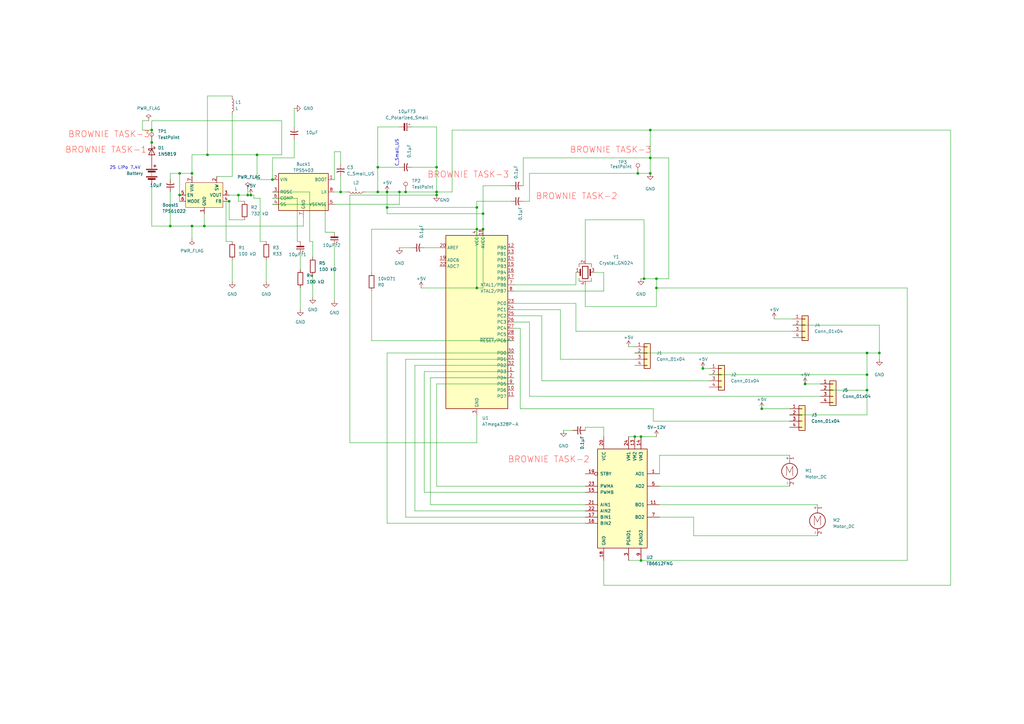
<source format=kicad_sch>
(kicad_sch (version 20250114) (generator "eeschema") (generator_version "9.0")
  (paper "A3")
  (lib_symbols
    (symbol "Connector:TestPoint" (pin_numbers (hide yes)) (pin_names (offset 0.762) (hide yes))
      (property "Reference" "TP" (at 0 6.858 0))
      (property "Value" "TestPoint" (at 0 5.08 0))
      (symbol "TestPoint_0_1"
        (circle (center 0 3.302) (radius 0.762))
      )
      (symbol "TestPoint_1_1"
        (pin passive line (at 0 0 90) (length 2.54) (name "1") (number "1"))
      )
    )
    (symbol "Connector_Generic:Conn_01x04" (pin_names (offset 1.016) (hide yes))
      (property "Reference" "J" (at 0 5.08 0))
      (property "Value" "Conn_01x04" (at 0 -7.62 0))
      (symbol "Conn_01x04_1_1"
        (rectangle (start -1.27 3.81) (end 1.27 -6.35) (stroke (width 0.254)) (fill (type background)))
        (rectangle (start -1.27 2.667) (end 0 2.413) (stroke (width 0.1524)))
        (rectangle (start -1.27 0.127) (end 0 -0.127) (stroke (width 0.1524)))
        (rectangle (start -1.27 -2.413) (end 0 -2.667) (stroke (width 0.1524)))
        (rectangle (start -1.27 -4.953) (end 0 -5.207) (stroke (width 0.1524)))
        (pin passive line (at -5.08 2.54 0) (length 3.81) (name "Pin_1") (number "1"))
        (pin passive line (at -5.08 0 0) (length 3.81) (name "Pin_2") (number "2"))
        (pin passive line (at -5.08 -2.54 0) (length 3.81) (name "Pin_3") (number "3"))
        (pin passive line (at -5.08 -5.08 0) (length 3.81) (name "Pin_4") (number "4"))
      )
    )
    (symbol "Converter_DCDC:TPS61022"
      (property "Reference" "U" (at 0 7.62 0))
      (property "Value" "TPS61022" (at 7.62 -7.62 0))
      (symbol "TPS61022_1_1"
        (rectangle (start -7.62 5.08) (end 7.62 -5.08) (fill (type background)))
        (pin input line (at -10.16 0 0) (length 2.54) (name "EN") (number "5"))
        (pin input line (at -10.16 -2.54 0) (length 2.54) (name "MODE") (number "6"))
        (pin power_in line (at -5.08 7.62 270) (length 2.54) (name "VIN") (number "7"))
        (pin power_in line (at 0 -7.62 90) (length 2.54) (name "GND") (number "1"))
        (pin input line (at 5.08 7.62 270) (length 2.54) (name "SW") (number "2"))
        (pin power_out line (at 10.16 0 180) (length 2.54) (name "VOUT") (number "3"))
        (pin input line (at 10.16 -2.54 180) (length 2.54) (name "FB") (number "4"))
      )
    )
    (symbol "Device:Battery" (pin_numbers (hide yes)) (pin_names (offset 0) (hide yes))
      (property "Reference" "BT" (at 2.54 2.54 0))
      (property "Value" "Battery" (at 2.54 0 0))
      (symbol "Battery_0_1"
        (rectangle (start -2.286 1.778) (end 2.286 1.524) (fill (type outline)))
        (rectangle (start -2.286 -1.27) (end 2.286 -1.524) (fill (type outline)))
        (rectangle (start -1.524 1.016) (end 1.524 0.508) (fill (type outline)))
        (rectangle (start -1.524 -2.032) (end 1.524 -2.54) (fill (type outline)))
        (polyline (pts (xy 0 1.778) (xy 0 2.54)))
        (polyline (pts (xy 0 0) (xy 0 0.254)))
        (polyline (pts (xy 0 -0.508) (xy 0 -0.254)))
        (polyline (pts (xy 0 -1.016) (xy 0 -0.762)))
        (polyline (pts (xy 0.762 3.048) (xy 1.778 3.048)) (stroke (width 0.254)))
        (polyline (pts (xy 1.27 3.556) (xy 1.27 2.54)) (stroke (width 0.254)))
      )
      (symbol "Battery_1_1"
        (pin passive line (at 0 5.08 270) (length 2.54) (name "+") (number "1"))
        (pin passive line (at 0 -5.08 90) (length 2.54) (name "-") (number "2"))
      )
    )
    (symbol "Device:C_Polarized_Small" (pin_numbers (hide yes)) (pin_names (offset 0.254) (hide yes))
      (property "Reference" "C" (at 0.254 1.778 0))
      (property "Value" "C_Polarized_Small" (at 0.254 -2.032 0))
      (symbol "C_Polarized_Small_0_1"
        (rectangle (start -1.524 0.6858) (end 1.524 0.3048))
        (rectangle (start -1.524 -0.3048) (end 1.524 -0.6858) (fill (type outline)))
        (polyline (pts (xy -1.27 1.524) (xy -0.762 1.524)))
        (polyline (pts (xy -1.016 1.27) (xy -1.016 1.778)))
      )
      (symbol "C_Polarized_Small_1_1"
        (pin passive line (at 0 2.54 270) (length 1.8542) (name "~") (number "1"))
        (pin passive line (at 0 -2.54 90) (length 1.8542) (name "~") (number "2"))
      )
    )
    (symbol "Device:C_Small_US" (pin_numbers (hide yes)) (pin_names (offset 0.254) (hide yes))
      (property "Reference" "C" (at 0.254 1.778 0))
      (property "Value" "C_Small_US" (at 0.254 -2.032 0))
      (symbol "C_Small_US_0_1"
        (polyline (pts (xy -1.524 0.508) (xy 1.524 0.508)) (stroke (width 0.3048)))
        (arc (start -1.524 -0.762) (mid 0 -0.3734) (end 1.524 -0.762) (stroke (width 0.3048)))
      )
      (symbol "C_Small_US_1_1"
        (pin passive line (at 0 2.54 270) (length 2.032) (name "~") (number "1"))
        (pin passive line (at 0 -2.54 90) (length 2.032) (name "~") (number "2"))
      )
    )
    (symbol "Device:Crystal_GND24" (pin_names (offset 1.016) (hide yes))
      (property "Reference" "Y" (at 3.175 5.08 0))
      (property "Value" "Crystal_GND24" (at 3.175 3.175 0))
      (symbol "Crystal_GND24_0_1"
        (polyline (pts (xy -2.54 2.286) (xy -2.54 3.556) (xy 2.54 3.556) (xy 2.54 2.286)))
        (polyline (pts (xy -2.54 0) (xy -2.032 0)))
        (polyline (pts (xy -2.54 -2.286) (xy -2.54 -3.556) (xy 2.54 -3.556) (xy 2.54 -2.286)))
        (polyline (pts (xy -2.032 -1.27) (xy -2.032 1.27)) (stroke (width 0.508)))
        (rectangle (start -1.143 2.54) (end 1.143 -2.54) (stroke (width 0.3048)))
        (polyline (pts (xy 0 3.556) (xy 0 3.81)))
        (polyline (pts (xy 0 -3.81) (xy 0 -3.556)))
        (polyline (pts (xy 2.032 0) (xy 2.54 0)))
        (polyline (pts (xy 2.032 -1.27) (xy 2.032 1.27)) (stroke (width 0.508)))
      )
      (symbol "Crystal_GND24_1_1"
        (pin passive line (at -3.81 0 0) (length 1.27) (name "1") (number "1"))
        (pin passive line (at 0 5.08 270) (length 1.27) (name "2") (number "2"))
        (pin passive line (at 0 -5.08 90) (length 1.27) (name "4") (number "4"))
        (pin passive line (at 3.81 0 180) (length 1.27) (name "3") (number "3"))
      )
    )
    (symbol "Device:L" (pin_numbers (hide yes)) (pin_names (offset 1.016) (hide yes))
      (property "Reference" "L" (at -1.27 0 90))
      (property "Value" "L" (at 1.905 0 90))
      (symbol "L_0_1"
        (arc (start 0 2.54) (mid 0.6323 1.905) (end 0 1.27))
        (arc (start 0 1.27) (mid 0.6323 0.635) (end 0 0))
        (arc (start 0 0) (mid 0.6323 -0.635) (end 0 -1.27))
        (arc (start 0 -1.27) (mid 0.6323 -1.905) (end 0 -2.54))
      )
      (symbol "L_1_1"
        (pin passive line (at 0 3.81 270) (length 1.27) (name "1") (number "1"))
        (pin passive line (at 0 -3.81 90) (length 1.27) (name "2") (number "2"))
      )
    )
    (symbol "Device:R" (pin_numbers (hide yes)) (pin_names (offset 0))
      (property "Reference" "R" (at 2.032 0 90))
      (property "Value" "R" (at 0 0 90))
      (symbol "R_0_1"
        (rectangle (start -1.016 -2.54) (end 1.016 2.54) (stroke (width 0.254)))
      )
      (symbol "R_1_1"
        (pin passive line (at 0 3.81 270) (length 1.27) (name "~") (number "1"))
        (pin passive line (at 0 -3.81 90) (length 1.27) (name "~") (number "2"))
      )
    )
    (symbol "Diode:1N5819" (pin_numbers (hide yes)) (pin_names (offset 1.016) (hide yes))
      (property "Reference" "D" (at 0 2.54 0))
      (property "Value" "1N5819" (at 0 -2.54 0))
      (symbol "1N5819_0_1"
        (polyline (pts (xy -1.905 0.635) (xy -1.905 1.27) (xy -1.27 1.27) (xy -1.27 -1.27) (xy -0.635 -1.27) (xy -0.635 -0.635)) (stroke (width 0.254)))
        (polyline (pts (xy 1.27 1.27) (xy 1.27 -1.27) (xy -1.27 0) (xy 1.27 1.27)) (stroke (width 0.254)))
        (polyline (pts (xy 1.27 0) (xy -1.27 0)))
      )
      (symbol "1N5819_1_1"
        (pin passive line (at -3.81 0 0) (length 2.54) (name "K") (number "1"))
        (pin passive line (at 3.81 0 180) (length 2.54) (name "A") (number "2"))
      )
    )
    (symbol "Driver_Motor:TB6612FNG" (pin_names (offset 1.016))
      (property "Reference" "U" (at 11.43 17.78 0))
      (property "Value" "TB6612FNG" (at 11.43 15.24 0))
      (symbol "TB6612FNG_0_1"
        (rectangle (start -10.16 20.32) (end 10.16 -20.32) (stroke (width 0.254)) (fill (type background)))
      )
      (symbol "TB6612FNG_1_1"
        (pin input inverted (at -15.24 10.16 0) (length 5.08) (name "STBY") (number "19"))
        (pin input line (at -15.24 5.08 0) (length 5.08) (name "PWMA") (number "23"))
        (pin input line (at -15.24 2.54 0) (length 5.08) (name "PWMB") (number "15"))
        (pin input line (at -15.24 -2.54 0) (length 5.08) (name "AIN1") (number "21"))
        (pin input line (at -15.24 -5.08 0) (length 5.08) (name "AIN2") (number "22"))
        (pin input line (at -15.24 -7.62 0) (length 5.08) (name "BIN1") (number "17"))
        (pin input line (at -15.24 -10.16 0) (length 5.08) (name "BIN2") (number "16"))
        (pin power_in line (at -7.62 25.4 270) (length 5.08) (name "VCC") (number "20"))
        (pin power_in line (at -7.62 -25.4 90) (length 5.08) (name "GND") (number "18"))
        (pin power_in line (at 2.54 25.4 270) (length 5.08) (name "VM1") (number "24"))
        (pin power_in line (at 2.54 -25.4 90) (length 5.08) (name "PGND1") (number "3"))
        (pin passive line (at 2.54 -25.4 90) (length 5.08) (hide yes) (name "PGND1") (number "4"))
        (pin power_in line (at 5.08 25.4 270) (length 5.08) (name "VM2") (number "13"))
        (pin power_in line (at 7.62 25.4 270) (length 5.08) (name "VM3") (number "14"))
        (pin passive line (at 7.62 -25.4 90) (length 5.08) (hide yes) (name "PGND2") (number "10"))
        (pin power_in line (at 7.62 -25.4 90) (length 5.08) (name "PGND2") (number "9"))
        (pin output line (at 15.24 10.16 180) (length 5.08) (name "AO1") (number "1"))
        (pin passive line (at 15.24 10.16 180) (length 5.08) (hide yes) (name "AO1") (number "2"))
        (pin output line (at 15.24 5.08 180) (length 5.08) (name "AO2") (number "5"))
        (pin passive line (at 15.24 5.08 180) (length 5.08) (hide yes) (name "AO2") (number "6"))
        (pin output line (at 15.24 -2.54 180) (length 5.08) (name "BO1") (number "11"))
        (pin passive line (at 15.24 -2.54 180) (length 5.08) (hide yes) (name "BO1") (number "12"))
        (pin output line (at 15.24 -7.62 180) (length 5.08) (name "BO2") (number "7"))
        (pin passive line (at 15.24 -7.62 180) (length 5.08) (hide yes) (name "BO2") (number "8"))
      )
    )
    (symbol "MCU_Microchip_ATmega:ATmega328P-A"
      (property "Reference" "U" (at -12.7 36.83 0))
      (property "Value" "ATmega328P-A" (at 2.54 -36.83 0))
      (symbol "ATmega328P-A_0_1"
        (rectangle (start -12.7 -35.56) (end 12.7 35.56) (stroke (width 0.254)) (fill (type background)))
      )
      (symbol "ATmega328P-A_1_1"
        (pin passive line (at -15.24 30.48 0) (length 2.54) (name "AREF") (number "20"))
        (pin input line (at -15.24 25.4 0) (length 2.54) (name "ADC6") (number "19"))
        (pin input line (at -15.24 22.86 0) (length 2.54) (name "ADC7") (number "22"))
        (pin power_in line (at 0 38.1 270) (length 2.54) (name "VCC") (number "4"))
        (pin passive line (at 0 38.1 270) (length 2.54) (hide yes) (name "VCC") (number "6"))
        (pin passive line (at 0 -38.1 90) (length 2.54) (hide yes) (name "GND") (number "21"))
        (pin power_in line (at 0 -38.1 90) (length 2.54) (name "GND") (number "3"))
        (pin passive line (at 0 -38.1 90) (length 2.54) (hide yes) (name "GND") (number "5"))
        (pin power_in line (at 2.54 38.1 270) (length 2.54) (name "AVCC") (number "18"))
        (pin bidirectional line (at 15.24 30.48 180) (length 2.54) (name "PB0") (number "12"))
        (pin bidirectional line (at 15.24 27.94 180) (length 2.54) (name "PB1") (number "13"))
        (pin bidirectional line (at 15.24 25.4 180) (length 2.54) (name "PB2") (number "14"))
        (pin bidirectional line (at 15.24 22.86 180) (length 2.54) (name "PB3") (number "15"))
        (pin bidirectional line (at 15.24 20.32 180) (length 2.54) (name "PB4") (number "16"))
        (pin bidirectional line (at 15.24 17.78 180) (length 2.54) (name "PB5") (number "17"))
        (pin bidirectional line (at 15.24 15.24 180) (length 2.54) (name "XTAL1/PB6") (number "7"))
        (pin bidirectional line (at 15.24 12.7 180) (length 2.54) (name "XTAL2/PB7") (number "8"))
        (pin bidirectional line (at 15.24 7.62 180) (length 2.54) (name "PC0") (number "23"))
        (pin bidirectional line (at 15.24 5.08 180) (length 2.54) (name "PC1") (number "24"))
        (pin bidirectional line (at 15.24 2.54 180) (length 2.54) (name "PC2") (number "25"))
        (pin bidirectional line (at 15.24 0 180) (length 2.54) (name "PC3") (number "26"))
        (pin bidirectional line (at 15.24 -2.54 180) (length 2.54) (name "PC4") (number "27"))
        (pin bidirectional line (at 15.24 -5.08 180) (length 2.54) (name "PC5") (number "28"))
        (pin bidirectional line (at 15.24 -7.62 180) (length 2.54) (name "~{RESET}/PC6") (number "29"))
        (pin bidirectional line (at 15.24 -12.7 180) (length 2.54) (name "PD0") (number "30"))
        (pin bidirectional line (at 15.24 -15.24 180) (length 2.54) (name "PD1") (number "31"))
        (pin bidirectional line (at 15.24 -17.78 180) (length 2.54) (name "PD2") (number "32"))
        (pin bidirectional line (at 15.24 -20.32 180) (length 2.54) (name "PD3") (number "1"))
        (pin bidirectional line (at 15.24 -22.86 180) (length 2.54) (name "PD4") (number "2"))
        (pin bidirectional line (at 15.24 -25.4 180) (length 2.54) (name "PD5") (number "9"))
        (pin bidirectional line (at 15.24 -27.94 180) (length 2.54) (name "PD6") (number "10"))
        (pin bidirectional line (at 15.24 -30.48 180) (length 2.54) (name "PD7") (number "11"))
      )
    )
    (symbol "Motor:Motor_DC" (pin_names (offset 0))
      (property "Reference" "M" (at 2.54 2.54 0))
      (property "Value" "Motor_DC" (at 2.54 -5.08 0))
      (symbol "Motor_DC_0_0"
        (polyline (pts (xy -1.27 -3.302) (xy -1.27 0.508) (xy 0 -2.032) (xy 1.27 0.508) (xy 1.27 -3.302)))
      )
      (symbol "Motor_DC_0_1"
        (polyline (pts (xy 0 2.032) (xy 0 2.54)))
        (polyline (pts (xy 0 1.7272) (xy 0 2.0828)))
        (circle (center 0 -1.524) (radius 3.2512) (stroke (width 0.254)))
        (polyline (pts (xy 0 -4.7752) (xy 0 -5.1816)))
        (polyline (pts (xy 0 -7.62) (xy 0 -7.112)))
      )
      (symbol "Motor_DC_1_1"
        (pin passive line (at 0 5.08 270) (length 2.54) (name "+") (number "1"))
        (pin passive line (at 0 -7.62 90) (length 2.54) (name "-") (number "2"))
      )
    )
    (symbol "Regulator_Switching:TPS5403"
      (property "Reference" "U" (at 0 11.43 0))
      (property "Value" "TPS5403" (at 0 8.89 0))
      (symbol "TPS5403_1_1"
        (rectangle (start -10.16 7.62) (end 10.16 -7.62) (stroke (width 0.254)) (fill (type background)))
        (pin power_in line (at -12.7 5.08 0) (length 2.54) (name "VIN") (number "2"))
        (pin passive line (at -12.7 0 0) (length 2.54) (name "ROSC") (number "3"))
        (pin passive line (at -12.7 -2.54 0) (length 2.54) (name "COMP") (number "6"))
        (pin passive line (at -12.7 -5.08 0) (length 2.54) (name "SS") (number "4"))
        (pin power_in line (at 0 -10.16 90) (length 2.54) (name "GND") (number "7"))
        (pin passive line (at 12.7 5.08 180) (length 2.54) (name "BOOT") (number "1"))
        (pin output line (at 12.7 0 180) (length 2.54) (name "LX") (number "8"))
        (pin input line (at 12.7 -5.08 180) (length 2.54) (name "VSENSE") (number "5"))
      )
    )
    (symbol "power:+5V" (power) (pin_numbers (hide yes)) (pin_names (offset 0) (hide yes))
      (property "Value" "+5V" (at 0 3.556 0))
      (symbol "+5V_0_1"
        (polyline (pts (xy -0.762 1.27) (xy 0 2.54)))
        (polyline (pts (xy 0 2.54) (xy 0.762 1.27)))
        (polyline (pts (xy 0 0) (xy 0 2.54)))
      )
      (symbol "+5V_1_1"
        (pin power_in line (at 0 0 90) (length 0) (name "~") (number "1"))
      )
    )
    (symbol "power:GND" (power) (pin_numbers (hide yes)) (pin_names (offset 0) (hide yes))
      (property "Value" "GND" (at 0 -3.81 0))
      (symbol "GND_0_1"
        (polyline (pts (xy 0 0) (xy 0 -1.27) (xy 1.27 -1.27) (xy 0 -2.54) (xy -1.27 -1.27) (xy 0 -1.27)))
      )
      (symbol "GND_1_1"
        (pin power_in line (at 0 0 270) (length 0) (name "~") (number "1"))
      )
    )
    (symbol "power:PWR_FLAG" (power) (pin_numbers (hide yes)) (pin_names (offset 0) (hide yes))
      (property "Value" "PWR_FLAG" (at 0 3.81 0))
      (symbol "PWR_FLAG_0_0"
        (pin power_out line (at 0 0 90) (length 0) (name "~") (number "1"))
      )
      (symbol "PWR_FLAG_0_1"
        (polyline (pts (xy 0 0) (xy 0 1.27) (xy -1.016 1.905) (xy 0 2.54) (xy 1.016 1.905) (xy 0 1.27)))
      )
    )
  )
  (text "C_Small_US" (at 162.814 62.738 90) (effects (font (size 1.27 1.27))))
  (text "2S LiPo 7.4V" (at 51.308 68.834 0) (effects (font (size 1.27 1.27))))
  (junction (at 355.6 153.67))
  (junction (at 330.2 157.48))
  (junction (at 269.24 118.11))
  (junction (at 111.76 73.66))
  (junction (at 261.62 71.12))
  (junction (at 62.23 53.34))
  (junction (at 158.75 78.74))
  (junction (at 195.58 118.11))
  (junction (at 85.09 63.5))
  (junction (at 69.85 92.71))
  (junction (at 360.68 144.78))
  (junction (at 154.94 68.58))
  (junction (at 179.07 68.58))
  (junction (at 269.24 114.3))
  (junction (at 93.98 82.55))
  (junction (at 260.35 179.07))
  (junction (at 73.66 71.12))
  (junction (at 139.7 78.74))
  (junction (at 195.58 85.09))
  (junction (at 102.87 80.01))
  (junction (at 198.12 87.63))
  (junction (at 266.7 71.12))
  (junction (at 312.42 167.64))
  (junction (at 198.12 93.98))
  (junction (at 83.82 92.71))
  (junction (at 355.6 144.78))
  (junction (at 179.07 80.01))
  (junction (at 154.94 78.74))
  (junction (at 163.83 78.74))
  (junction (at 105.41 63.5))
  (junction (at 73.66 80.01))
  (junction (at 78.74 92.71))
  (junction (at 262.89 179.07))
  (junction (at 264.16 114.3))
  (junction (at 195.58 93.98))
  (junction (at 266.7 53.34))
  (junction (at 262.89 229.87))
  (junction (at 166.37 78.74))
  (junction (at 266.7 64.77))
  (junction (at 288.29 151.13))
  (junction (at 158.75 85.09))
  (junction (at 78.74 71.12))
  (junction (at 355.6 160.02))
  (junction (at 97.79 80.01))
  (junction (at 179.07 78.74))
  (junction (at 101.6 80.01))
  (junction (at 62.23 58.42))
  (wire (pts (xy 158.75 87.63) (xy 198.12 87.63)))
  (wire (pts (xy 217.17 71.12) (xy 261.62 71.12)))
  (wire (pts (xy 323.85 170.18) (xy 355.6 170.18)))
  (wire (pts (xy 330.2 157.48) (xy 336.55 157.48)))
  (wire (pts (xy 179.07 199.39) (xy 240.03 199.39)))
  (wire (pts (xy 179.07 78.74) (xy 185.42 78.74)))
  (wire (pts (xy 372.11 118.11) (xy 269.24 118.11)))
  (wire (pts (xy 111.76 73.66) (xy 111.76 64.77)))
  (wire (pts (xy 139.7 62.23) (xy 139.7 67.31)))
  (wire (pts (xy 106.68 81.28) (xy 104.14 81.28)))
  (wire (pts (xy 274.32 64.77) (xy 266.7 64.77)))
  (wire (pts (xy 173.99 152.4) (xy 173.99 201.93)))
  (wire (pts (xy 389.89 240.03) (xy 389.89 53.34)))
  (wire (pts (xy 240.03 175.26) (xy 240.03 176.53)))
  (wire (pts (xy 143.51 181.61) (xy 195.58 181.61)))
  (wire (pts (xy 93.98 82.55) (xy 92.71 82.55)))
  (wire (pts (xy 111.76 78.74) (xy 127 78.74)))
  (wire (pts (xy 330.2 154.94) (xy 330.2 157.48)))
  (wire (pts (xy 179.07 68.58) (xy 179.07 52.07)))
  (wire (pts (xy 124.46 92.71) (xy 124.46 88.9)))
  (wire (pts (xy 83.82 87.63) (xy 83.82 92.71)))
  (wire (pts (xy 93.98 82.55) (xy 93.98 90.17)))
  (wire (pts (xy 127 78.74) (xy 127 99.06)))
  (wire (pts (xy 336.55 160.02) (xy 355.6 160.02)))
  (wire (pts (xy 266.7 53.34) (xy 266.7 64.77)))
  (wire (pts (xy 210.82 127) (xy 229.87 127)))
  (wire (pts (xy 105.41 63.5) (xy 105.41 73.66)))
  (wire (pts (xy 269.24 118.11) (xy 269.24 125.73)))
  (wire (pts (xy 88.9 72.39) (xy 95.25 72.39)))
  (wire (pts (xy 284.48 212.09) (xy 284.48 219.71)))
  (wire (pts (xy 179.07 68.58) (xy 179.07 78.74)))
  (wire (pts (xy 101.6 77.47) (xy 101.6 80.01)))
  (wire (pts (xy 73.66 71.12) (xy 78.74 71.12)))
  (wire (pts (xy 372.11 229.87) (xy 372.11 118.11)))
  (wire (pts (xy 152.4 93.98) (xy 195.58 93.98)))
  (wire (pts (xy 78.74 71.12) (xy 78.74 72.39)))
  (wire (pts (xy 355.6 153.67) (xy 355.6 160.02)))
  (wire (pts (xy 195.58 118.11) (xy 198.12 118.11)))
  (wire (pts (xy 152.4 139.7) (xy 152.4 119.38)))
  (wire (pts (xy 154.94 68.58) (xy 154.94 52.07)))
  (wire (pts (xy 266.7 53.34) (xy 389.89 53.34)))
  (wire (pts (xy 179.07 80.01) (xy 143.51 80.01)))
  (wire (pts (xy 115.57 49.53) (xy 115.57 63.5)))
  (wire (pts (xy 247.65 175.26) (xy 240.03 175.26)))
  (wire (pts (xy 166.37 212.09) (xy 240.03 212.09)))
  (wire (pts (xy 95.25 106.68) (xy 95.25 115.57)))
  (wire (pts (xy 360.68 144.78) (xy 360.68 147.32)))
  (wire (pts (xy 210.82 144.78) (xy 158.75 144.78)))
  (wire (pts (xy 222.25 156.21) (xy 290.83 156.21)))
  (wire (pts (xy 115.57 63.5) (xy 105.41 63.5)))
  (wire (pts (xy 120.65 64.77) (xy 120.65 57.15)))
  (wire (pts (xy 217.17 162.56) (xy 336.55 162.56)))
  (wire (pts (xy 270.51 194.31) (xy 270.51 186.69)))
  (wire (pts (xy 60.96 49.53) (xy 58.42 49.53)))
  (wire (pts (xy 198.12 93.98) (xy 198.12 118.11)))
  (wire (pts (xy 93.98 90.17) (xy 100.33 90.17)))
  (wire (pts (xy 62.23 49.53) (xy 115.57 49.53)))
  (wire (pts (xy 185.42 78.74) (xy 185.42 53.34)))
  (wire (pts (xy 210.82 152.4) (xy 173.99 152.4)))
  (wire (pts (xy 95.25 72.39) (xy 95.25 46.99)))
  (wire (pts (xy 121.92 99.06) (xy 123.19 99.06)))
  (wire (pts (xy 176.53 154.94) (xy 176.53 207.01)))
  (wire (pts (xy 111.76 64.77) (xy 120.65 64.77)))
  (wire (pts (xy 222.25 129.54) (xy 222.25 156.21)))
  (wire (pts (xy 166.37 78.74) (xy 179.07 78.74)))
  (wire (pts (xy 214.63 82.55) (xy 217.17 82.55)))
  (wire (pts (xy 176.53 207.01) (xy 240.03 207.01)))
  (wire (pts (xy 213.36 167.64) (xy 267.97 167.64)))
  (wire (pts (xy 163.83 78.74) (xy 166.37 78.74)))
  (wire (pts (xy 170.18 149.86) (xy 170.18 209.55)))
  (wire (pts (xy 139.7 78.74) (xy 142.24 78.74)))
  (wire (pts (xy 166.37 147.32) (xy 166.37 212.09)))
  (wire (pts (xy 83.82 92.71) (xy 124.46 92.71)))
  (wire (pts (xy 360.68 133.35) (xy 360.68 144.78)))
  (wire (pts (xy 317.5 130.81) (xy 325.12 130.81)))
  (wire (pts (xy 210.82 124.46) (xy 236.22 124.46)))
  (wire (pts (xy 106.68 81.28) (xy 106.68 99.06)))
  (wire (pts (xy 214.63 76.2) (xy 214.63 64.77)))
  (wire (pts (xy 109.22 106.68) (xy 109.22 115.57)))
  (wire (pts (xy 163.83 83.82) (xy 163.83 78.74)))
  (wire (pts (xy 210.82 154.94) (xy 176.53 154.94)))
  (wire (pts (xy 173.99 201.93) (xy 240.03 201.93)))
  (wire (pts (xy 158.75 85.09) (xy 195.58 85.09)))
  (wire (pts (xy 229.87 127) (xy 229.87 147.32)))
  (wire (pts (xy 247.65 111.76) (xy 243.84 111.76)))
  (wire (pts (xy 312.42 165.1) (xy 312.42 167.64)))
  (wire (pts (xy 97.79 80.01) (xy 101.6 80.01)))
  (wire (pts (xy 195.58 93.98) (xy 195.58 118.11)))
  (wire (pts (xy 261.62 71.12) (xy 266.7 71.12)))
  (wire (pts (xy 264.16 90.17) (xy 264.16 114.3)))
  (wire (pts (xy 62.23 53.34) (xy 62.23 58.42)))
  (wire (pts (xy 97.79 82.55) (xy 100.33 82.55)))
  (wire (pts (xy 158.75 214.63) (xy 240.03 214.63)))
  (wire (pts (xy 325.12 133.35) (xy 360.68 133.35)))
  (wire (pts (xy 240.03 106.68) (xy 240.03 90.17)))
  (wire (pts (xy 137.16 73.66) (xy 137.16 62.23)))
  (wire (pts (xy 69.85 71.12) (xy 73.66 71.12)))
  (wire (pts (xy 133.35 95.25) (xy 137.16 95.25)))
  (wire (pts (xy 158.75 85.09) (xy 158.75 87.63)))
  (wire (pts (xy 128.27 99.06) (xy 127 99.06)))
  (wire (pts (xy 73.66 80.01) (xy 73.66 82.55)))
  (wire (pts (xy 121.92 81.28) (xy 121.92 99.06)))
  (wire (pts (xy 105.41 73.66) (xy 111.76 73.66)))
  (wire (pts (xy 105.41 63.5) (xy 85.09 63.5)))
  (wire (pts (xy 247.65 119.38) (xy 247.65 111.76)))
  (wire (pts (xy 264.16 114.3) (xy 262.89 114.3)))
  (wire (pts (xy 93.98 80.01) (xy 97.79 80.01)))
  (wire (pts (xy 270.51 186.69) (xy 323.85 186.69)))
  (wire (pts (xy 257.81 229.87) (xy 262.89 229.87)))
  (wire (pts (xy 170.18 209.55) (xy 240.03 209.55)))
  (wire (pts (xy 290.83 153.67) (xy 355.6 153.67)))
  (wire (pts (xy 210.82 134.62) (xy 213.36 134.62)))
  (wire (pts (xy 247.65 240.03) (xy 389.89 240.03)))
  (wire (pts (xy 85.09 39.37) (xy 85.09 63.5)))
  (wire (pts (xy 58.42 53.34) (xy 62.23 53.34)))
  (wire (pts (xy 240.03 125.73) (xy 269.24 125.73)))
  (wire (pts (xy 69.85 92.71) (xy 78.74 92.71)))
  (wire (pts (xy 270.51 199.39) (xy 323.85 199.39)))
  (wire (pts (xy 111.76 81.28) (xy 121.92 81.28)))
  (wire (pts (xy 267.97 172.72) (xy 323.85 172.72)))
  (wire (pts (xy 137.16 62.23) (xy 139.7 62.23)))
  (wire (pts (xy 185.42 53.34) (xy 266.7 53.34)))
  (wire (pts (xy 154.94 68.58) (xy 163.83 68.58)))
  (wire (pts (xy 236.22 135.89) (xy 325.12 135.89)))
  (wire (pts (xy 154.94 52.07) (xy 163.83 52.07)))
  (wire (pts (xy 128.27 113.03) (xy 128.27 121.92)))
  (wire (pts (xy 104.14 80.01) (xy 102.87 80.01)))
  (wire (pts (xy 104.14 81.28) (xy 104.14 80.01)))
  (wire (pts (xy 179.07 80.01) (xy 179.07 78.74)))
  (wire (pts (xy 173.99 101.6) (xy 180.34 101.6)))
  (wire (pts (xy 210.82 116.84) (xy 236.22 116.84)))
  (wire (pts (xy 137.16 83.82) (xy 163.83 83.82)))
  (wire (pts (xy 247.65 175.26) (xy 247.65 179.07)))
  (wire (pts (xy 154.94 78.74) (xy 158.75 78.74)))
  (wire (pts (xy 158.75 78.74) (xy 163.83 78.74)))
  (wire (pts (xy 163.83 101.6) (xy 168.91 101.6)))
  (wire (pts (xy 158.75 144.78) (xy 158.75 214.63)))
  (wire (pts (xy 73.66 71.12) (xy 73.66 80.01)))
  (wire (pts (xy 137.16 100.33) (xy 137.16 123.19)))
  (wire (pts (xy 139.7 72.39) (xy 139.7 78.74)))
  (wire (pts (xy 210.82 132.08) (xy 217.17 132.08)))
  (wire (pts (xy 158.75 78.74) (xy 158.75 85.09)))
  (wire (pts (xy 210.82 139.7) (xy 152.4 139.7)))
  (wire (pts (xy 78.74 63.5) (xy 78.74 71.12)))
  (wire (pts (xy 58.42 49.53) (xy 58.42 53.34)))
  (wire (pts (xy 198.12 87.63) (xy 198.12 93.98)))
  (wire (pts (xy 213.36 134.62) (xy 213.36 167.64)))
  (wire (pts (xy 290.83 151.13) (xy 288.29 151.13)))
  (wire (pts (xy 257.81 179.07) (xy 260.35 179.07)))
  (wire (pts (xy 240.03 116.84) (xy 240.03 125.73)))
  (wire (pts (xy 137.16 78.74) (xy 139.7 78.74)))
  (wire (pts (xy 247.65 229.87) (xy 247.65 240.03)))
  (wire (pts (xy 236.22 116.84) (xy 236.22 111.76)))
  (wire (pts (xy 92.71 82.55) (xy 92.71 99.06)))
  (wire (pts (xy 123.19 110.49) (xy 123.19 104.14)))
  (wire (pts (xy 69.85 71.12) (xy 69.85 73.66)))
  (wire (pts (xy 149.86 78.74) (xy 154.94 78.74)))
  (wire (pts (xy 78.74 92.71) (xy 83.82 92.71)))
  (wire (pts (xy 217.17 132.08) (xy 217.17 162.56)))
  (wire (pts (xy 262.89 229.87) (xy 372.11 229.87)))
  (wire (pts (xy 154.94 68.58) (xy 154.94 78.74)))
  (wire (pts (xy 195.58 85.09) (xy 195.58 93.98)))
  (wire (pts (xy 270.51 212.09) (xy 284.48 212.09)))
  (wire (pts (xy 240.03 90.17) (xy 264.16 90.17)))
  (wire (pts (xy 123.19 118.11) (xy 123.19 127)))
  (wire (pts (xy 284.48 219.71) (xy 335.28 219.71)))
  (wire (pts (xy 120.65 44.45) (xy 120.65 52.07)))
  (wire (pts (xy 97.79 80.01) (xy 97.79 82.55)))
  (wire (pts (xy 62.23 92.71) (xy 69.85 92.71)))
  (wire (pts (xy 274.32 114.3) (xy 274.32 64.77)))
  (wire (pts (xy 355.6 170.18) (xy 355.6 160.02)))
  (wire (pts (xy 214.63 64.77) (xy 266.7 64.77)))
  (wire (pts (xy 229.87 147.32) (xy 260.35 147.32)))
  (wire (pts (xy 210.82 147.32) (xy 166.37 147.32)))
  (wire (pts (xy 168.91 68.58) (xy 179.07 68.58)))
  (wire (pts (xy 172.72 118.11) (xy 195.58 118.11)))
  (wire (pts (xy 210.82 157.48) (xy 179.07 157.48)))
  (wire (pts (xy 62.23 76.2) (xy 62.23 92.71)))
  (wire (pts (xy 210.82 119.38) (xy 247.65 119.38)))
  (wire (pts (xy 101.6 80.01) (xy 102.87 80.01)))
  (wire (pts (xy 152.4 111.76) (xy 152.4 93.98)))
  (wire (pts (xy 260.35 179.07) (xy 262.89 179.07)))
  (wire (pts (xy 270.51 207.01) (xy 335.28 207.01)))
  (wire (pts (xy 269.24 114.3) (xy 274.32 114.3)))
  (wire (pts (xy 217.17 82.55) (xy 217.17 71.12)))
  (wire (pts (xy 78.74 92.71) (xy 78.74 97.79)))
  (wire (pts (xy 195.58 170.18) (xy 195.58 181.61)))
  (wire (pts (xy 288.29 151.13) (xy 288.29 149.86)))
  (wire (pts (xy 198.12 76.2) (xy 198.12 87.63)))
  (wire (pts (xy 62.23 49.53) (xy 62.23 53.34)))
  (wire (pts (xy 210.82 129.54) (xy 222.25 129.54)))
  (wire (pts (xy 198.12 76.2) (xy 209.55 76.2)))
  (wire (pts (xy 312.42 167.64) (xy 323.85 167.64)))
  (wire (pts (xy 260.35 144.78) (xy 355.6 144.78)))
  (wire (pts (xy 269.24 114.3) (xy 269.24 118.11)))
  (wire (pts (xy 231.14 176.53) (xy 234.95 176.53)))
  (wire (pts (xy 262.89 179.07) (xy 269.24 179.07)))
  (wire (pts (xy 355.6 144.78) (xy 360.68 144.78)))
  (wire (pts (xy 266.7 64.77) (xy 266.7 71.12)))
  (wire (pts (xy 267.97 167.64) (xy 267.97 172.72)))
  (wire (pts (xy 195.58 82.55) (xy 209.55 82.55)))
  (wire (pts (xy 236.22 124.46) (xy 236.22 135.89)))
  (wire (pts (xy 106.68 99.06) (xy 109.22 99.06)))
  (wire (pts (xy 210.82 149.86) (xy 170.18 149.86)))
  (wire (pts (xy 92.71 99.06) (xy 95.25 99.06)))
  (wire (pts (xy 143.51 80.01) (xy 143.51 181.61)))
  (wire (pts (xy 128.27 105.41) (xy 128.27 99.06)))
  (wire (pts (xy 78.74 63.5) (xy 85.09 63.5)))
  (wire (pts (xy 195.58 82.55) (xy 195.58 85.09)))
  (wire (pts (xy 111.76 83.82) (xy 133.35 83.82)))
  (wire (pts (xy 264.16 114.3) (xy 269.24 114.3)))
  (wire (pts (xy 257.81 142.24) (xy 260.35 142.24)))
  (wire (pts (xy 179.07 157.48) (xy 179.07 199.39)))
  (wire (pts (xy 69.85 78.74) (xy 69.85 92.71)))
  (wire (pts (xy 355.6 144.78) (xy 355.6 153.67)))
  (wire (pts (xy 168.91 52.07) (xy 179.07 52.07)))
  (wire (pts (xy 133.35 83.82) (xy 133.35 95.25)))
  (wire (pts (xy 95.25 39.37) (xy 85.09 39.37)))
  (label "BROWNIE TASK-1" (at 26.67 63.5 0) (effects (font (size 2.54 2.54))))
  (label "BROWNIE TASK-2" (at 208.28 190.5 0) (effects (font (size 2.54 2.54))))
  (label "BROWNIE TASK-3" (at 27.94 57.15 0) (effects (font (size 2.54 2.54))))
  (label "BROWNIE TASK-2" (at 219.71 82.55 0) (effects (font (size 2.54 2.54))))
  (label "BROWNIE TASK-3" (at 175.26 73.66 0) (effects (font (size 2.54 2.54))))
  (label "BROWNIE TASK-3" (at 233.68 63.5 0) (effects (font (size 2.54 2.54))))
  (symbol (lib_id "Device:R") (at 128.27 109.22 0) (unit 1)
    (property "Reference" "R5" (at 130.81 107.9499 0) (effects (justify left)))
    (property "Value" "100 kΩ" (at 130.81 110.4899 0) (effects (justify left)))
    (property "Description" "Resistor" (effects (hide yes)))
  )
  (symbol (lib_id "Device:C_Small_US") (at 120.65 54.61 180) (unit 1)
    (property "Reference" "C2" (effects (hide yes)))
    (property "Value" "10 µF" (at 125.476 54.356 0) (effects (justify right)))
    (property "Description" "capacitor, small US symbol" (effects (hide yes)))
  )
  (symbol (lib_id "Device:Battery") (at 62.23 71.12 0) (unit 1)
    (property "Reference" "PWR_FLAG1" (effects (hide yes)))
    (property "Value" "Battery" (at 51.816 71.12 0) (effects (justify left)))
    (property "Description" "Multiple-cell battery" (effects (hide yes)))
  )
  (symbol (lib_id "Device:L") (at 95.25 43.18 0) (unit 1)
    (property "Reference" "L1" (at 96.52 41.9099 0) (effects (justify left)))
    (property "Value" "L" (at 96.52 44.4499 0) (effects (justify left)))
    (property "Description" "Inductor" (effects (hide yes)))
  )
  (symbol (lib_id "Device:R") (at 95.25 102.87 0) (unit 1)
    (property "Reference" "R1" (at 97.79 101.5999 0) (effects (justify left)))
    (property "Value" "100 kΩ" (at 97.79 104.1399 0) (effects (justify left)))
    (property "Description" "Resistor" (effects (hide yes)))
  )
  (symbol (lib_id "Device:R") (at 123.19 114.3 0) (unit 1)
    (property "Reference" "R4" (at 125.73 113.0299 0) (effects (justify left)))
    (property "Value" "100 kΩ" (at 125.73 115.5699 0) (effects (justify left)))
    (property "Description" "Resistor" (effects (hide yes)))
  )
  (symbol (lib_id "Connector:TestPoint") (at 62.23 58.42 0) (unit 1)
    (property "Reference" "TP1" (at 64.77 53.8479 0) (effects (justify left)))
    (property "Value" "TestPoint" (at 64.77 56.3879 0) (effects (justify left)))
    (property "Description" "test point" (effects (hide yes)))
  )
  (symbol (lib_id "Device:R") (at 100.33 86.36 0) (unit 1)
    (property "Reference" "R2" (at 102.87 85.0899 0) (effects (justify left)))
    (property "Value" "732 kΩ" (at 102.87 87.6299 0) (effects (justify left)))
    (property "Description" "Resistor" (effects (hide yes)))
  )
  (symbol (lib_id "power:PWR_FLAG") (at 101.6 77.47 0) (unit 1)
    (property "Reference" "#FLG03" (effects (hide yes)))
    (property "Value" "PWR_FLAG" (at 102.108 72.644 0))
    (property "Description" "Special symbol for telling ERC where power comes from" (effects (hide yes)))
  )
  (symbol (lib_id "Device:L") (at 146.05 78.74 270) (unit 1)
    (property "Reference" "L2" (at 146.05 74.93 90))
    (property "Value" "L" (at 146.05 77.47 90))
    (property "Description" "Inductor" (effects (hide yes)))
  )
  (symbol (lib_id "power:+5V") (at 257.81 142.24 0) (unit 1)
    (property "Reference" "#PWR013" (effects (hide yes)))
    (property "Value" "+5V" (at 257.81 138.43 0))
    (property "Description" "Power symbol creates a global label with name \"+5V\"" (effects (hide yes)))
  )
  (symbol (lib_id "power:PWR_FLAG") (at 78.74 97.79 180) (unit 1)
    (property "Reference" "#FLG02" (effects (hide yes)))
    (property "Value" "PWR_FLAG" (at 78.74 102.87 0))
    (property "Description" "Special symbol for telling ERC where power comes from" (effects (hide yes)))
  )
  (symbol (lib_id "Device:C_Polarized_Small") (at 123.19 101.6 180) (unit 1)
    (property "Reference" "10 µF?1" (at 118.364 104.394 0) (effects (justify right)))
    (property "Value" "C_Polarized_Small" (effects (hide yes)))
    (property "Description" "Polarized capacitor, small symbol" (effects (hide yes)))
  )
  (symbol (lib_id "Device:C_Small_US") (at 212.09 82.55 90) (unit 1)
    (property "Reference" "C7" (effects (hide yes)))
    (property "Value" "0.1 µF" (at 213.36 90.424 0) (effects (justify left)))
    (property "Description" "capacitor, small US symbol" (effects (hide yes)))
  )
  (symbol (lib_id "power:GND") (at 360.68 147.32 0) (unit 1)
    (property "Reference" "#PWR021" (effects (hide yes)))
    (property "Value" "GND" (at 360.68 153.67 0))
    (property "Description" "Power symbol creates a global label with name \"GND\" , ground" (effects (hide yes)))
  )
  (symbol (lib_id "Connector_Generic:Conn_01x04") (at 265.43 144.78 0) (unit 1)
    (property "Reference" "J1" (at 269.24 144.7799 0) (effects (justify left)))
    (property "Value" "Conn_01x04" (at 269.24 147.3199 0) (effects (justify left)))
    (property "Description" "Generic connector, single row, 01x04, script generated (kicad-library-utils/schlib/autogen/connector/)" (effects (hide yes)))
  )
  (symbol (lib_id "Device:C_Polarized_Small") (at 166.37 52.07 270) (unit 1)
    (property "Reference" "10 µF?3" (at 166.9161 45.72 90))
    (property "Value" "C_Polarized_Small" (at 166.9161 48.26 90))
    (property "Description" "Polarized capacitor, small symbol" (effects (hide yes)))
  )
  (symbol (lib_id "Driver_Motor:TB6612FNG") (at 255.27 204.47 0) (unit 1)
    (property "Reference" "U2" (at 265.0333 228.6 0) (effects (justify left)))
    (property "Value" "TB6612FNG" (at 265.0333 231.14 0) (effects (justify left)))
    (property "Footprint" "Package_SO:SSOP-24_5.3x8.2mm_P0.65mm" (effects (hide yes)))
    (property "Datasheet" "https://toshiba.semicon-storage.com/us/product/linear/motordriver/detail.TB6612FNG.html" (effects (hide yes)))
    (property "Description" "Driver IC for Dual DC motor, SSOP-24" (effects (hide yes)))
  )
  (symbol (lib_id "Device:C_Small_US") (at 237.49 176.53 90) (unit 1)
    (property "Reference" "C8" (effects (hide yes)))
    (property "Value" "0.1 µF" (at 238.76 184.404 0) (effects (justify left)))
    (property "Description" "capacitor, small US symbol" (effects (hide yes)))
  )
  (symbol (lib_id "power:GND") (at 262.89 114.3 0) (unit 1)
    (property "Reference" "#PWR014" (effects (hide yes)))
    (property "Value" "GND" (at 262.89 120.65 0))
    (property "Description" "Power symbol creates a global label with name \"GND\" , ground" (effects (hide yes)))
  )
  (symbol (lib_id "Connector_Generic:Conn_01x04") (at 295.91 153.67 0) (unit 1)
    (property "Reference" "J2" (at 299.72 153.6699 0) (effects (justify left)))
    (property "Value" "Conn_01x04" (at 299.72 156.2099 0) (effects (justify left)))
    (property "Description" "Generic connector, single row, 01x04, script generated (kicad-library-utils/schlib/autogen/connector/)" (effects (hide yes)))
  )
  (symbol (lib_id "Device:R") (at 109.22 102.87 0) (unit 1)
    (property "Reference" "R3" (at 111.76 101.5999 0) (effects (justify left)))
    (property "Value" "R33" (at 111.76 104.1399 0) (effects (justify left)))
    (property "Description" "Resistor" (effects (hide yes)))
  )
  (symbol (lib_id "Connector_Generic:Conn_01x04") (at 341.63 160.02 0) (unit 1)
    (property "Reference" "J5" (at 345.44 160.0199 0) (effects (justify left)))
    (property "Value" "Conn_01x04" (at 345.44 162.5599 0) (effects (justify left)))
    (property "Description" "Generic connector, single row, 01x04, script generated (kicad-library-utils/schlib/autogen/connector/)" (effects (hide yes)))
  )
  (symbol (lib_id "Device:Crystal_GND24") (at 240.03 111.76 0) (unit 1)
    (property "Reference" "Y1" (at 252.73 105.3398 0))
    (property "Value" "Crystal_GND24" (at 252.73 107.8798 0))
    (property "Description" "Four pin crystal, GND on pins 2 and 4" (effects (hide yes)))
  )
  (symbol (lib_id "Device:C_Small_US") (at 139.7 69.85 0) (unit 1)
    (property "Reference" "C3" (at 142.24 68.7069 0) (effects (justify left)))
    (property "Value" "C_Small_US" (at 142.24 71.2469 0) (effects (justify left)))
    (property "Description" "capacitor, small US symbol" (effects (hide yes)))
  )
  (symbol (lib_id "power:GND") (at 137.16 123.19 0) (unit 1)
    (property "Reference" "#PWR07" (effects (hide yes)))
    (property "Value" "GND" (at 137.16 128.27 0))
    (property "Description" "Power symbol creates a global label with name \"GND\" , ground" (effects (hide yes)))
  )
  (symbol (lib_id "power:+5V") (at 330.2 157.48 0) (unit 1)
    (property "Reference" "#PWR020" (effects (hide yes)))
    (property "Value" "+5V" (at 330.2 153.67 0))
    (property "Description" "Power symbol creates a global label with name \"+5V\"" (effects (hide yes)))
  )
  (symbol (lib_id "Motor:Motor_DC") (at 335.28 212.09 0) (unit 1)
    (property "Reference" "M2" (at 341.63 213.3599 0) (effects (justify left)))
    (property "Value" "Motor_DC" (at 341.63 215.8999 0) (effects (justify left)))
    (property "Description" "DC Motor" (effects (hide yes)))
  )
  (symbol (lib_id "power:GND") (at 179.07 80.01 0) (unit 1)
    (property "Reference" "#PWR011" (effects (hide yes)))
    (property "Value" "GND" (at 182.372 82.042 0))
    (property "Description" "Power symbol creates a global label with name \"GND\" , ground" (effects (hide yes)))
  )
  (symbol (lib_id "power:+5V") (at 288.29 151.13 0) (unit 1)
    (property "Reference" "#PWR017" (effects (hide yes)))
    (property "Value" "+5V" (at 288.29 147.32 0))
    (property "Description" "Power symbol creates a global label with name \"+5V\"" (effects (hide yes)))
  )
  (symbol (lib_id "power:+5V") (at 312.42 167.64 0) (unit 1)
    (property "Reference" "#PWR018" (effects (hide yes)))
    (property "Value" "+5V" (at 312.42 163.83 0))
    (property "Description" "Power symbol creates a global label with name \"+5V\"" (effects (hide yes)))
  )
  (symbol (lib_id "power:+5V") (at 172.72 118.11 0) (unit 1)
    (property "Reference" "#PWR010" (effects (hide yes)))
    (property "Value" "+5V" (at 172.72 114.3 0))
    (property "Description" "Power symbol creates a global label with name \"+5V\"" (effects (hide yes)))
  )
  (symbol (lib_id "MCU_Microchip_ATmega:ATmega328P-A") (at 195.58 132.08 0) (unit 1)
    (property "Reference" "U1" (at 197.7233 171.45 0) (effects (justify left)))
    (property "Value" "ATmega328P-A" (at 197.7233 173.99 0) (effects (justify left)))
    (property "Footprint" "Package_QFP:TQFP-32_7x7mm_P0.8mm" (effects (hide yes)))
    (property "Datasheet" "http://ww1.microchip.com/downloads/en/DeviceDoc/ATmega328_P%20AVR%20MCU%20with%20picoPower%20Technology%20Data%20Sheet%2040001984A.pdf" (effects (hide yes)))
    (property "Description" "20MHz, 32kB Flash, 2kB SRAM, 1kB EEPROM, TQFP-32" (effects (hide yes)))
  )
  (symbol (lib_id "Regulator_Switching:TPS5403") (at 124.46 78.74 0) (unit 1)
    (property "Reference" "Buck1" (at 124.46 67.31 0))
    (property "Value" "TPS5403" (at 124.46 69.85 0))
    (property "Footprint" "Package_SO:SOIC-8_3.9x4.9mm_P1.27mm" (effects (hide yes)))
    (property "Datasheet" "https://www.ti.com/lit/ds/symlink/tps5403.pdf" (effects (hide yes)))
    (property "Description" "4.5-28V In, 3.3V Out, 1.7A, SOIC-8" (effects (hide yes)))
  )
  (symbol (lib_id "Connector:TestPoint") (at 261.62 71.12 0) (unit 1)
    (property "Reference" "TP3" (at 253.492 66.548 0) (effects (justify left)))
    (property "Value" "TestPoint" (at 250.19 68.326 0) (effects (justify left)))
    (property "Description" "test point" (effects (hide yes)))
  )
  (symbol (lib_id "power:GND") (at 109.22 115.57 0) (unit 1)
    (property "Reference" "#PWR03" (effects (hide yes)))
    (property "Value" "GND" (at 109.22 120.65 0))
    (property "Description" "Power symbol creates a global label with name \"GND\" , ground" (effects (hide yes)))
  )
  (symbol (lib_id "power:GND") (at 95.25 115.57 0) (unit 1)
    (property "Reference" "#PWR01" (effects (hide yes)))
    (property "Value" "GND" (at 95.25 120.65 0))
    (property "Description" "Power symbol creates a global label with name \"GND\" , ground" (effects (hide yes)))
  )
  (symbol (lib_id "power:GND") (at 120.65 44.45 90) (unit 1)
    (property "Reference" "#PWR04" (effects (hide yes)))
    (property "Value" "GND" (at 124.46 44.4499 90) (effects (justify right)))
    (property "Description" "Power symbol creates a global label with name \"GND\" , ground" (effects (hide yes)))
  )
  (symbol (lib_id "power:+5V") (at 317.5 130.81 0) (unit 1)
    (property "Reference" "#PWR019" (effects (hide yes)))
    (property "Value" "+5V" (at 317.5 127 0))
    (property "Description" "Power symbol creates a global label with name \"+5V\"" (effects (hide yes)))
  )
  (symbol (lib_id "Connector:TestPoint") (at 166.37 78.74 0) (unit 1)
    (property "Reference" "TP2" (at 168.91 74.1679 0) (effects (justify left)))
    (property "Value" "TestPoint" (at 168.91 76.7079 0) (effects (justify left)))
    (property "Description" "test point" (effects (hide yes)))
  )
  (symbol (lib_id "Device:R") (at 152.4 115.57 0) (unit 1)
    (property "Reference" "10kΩ?1" (at 154.94 114.2999 0) (effects (justify left)))
    (property "Value" "R0" (at 154.94 116.8399 0) (effects (justify left)))
    (property "Description" "Resistor" (effects (hide yes)))
  )
  (symbol (lib_id "Device:C_Small_US") (at 171.45 101.6 90) (unit 1)
    (property "Reference" "C5" (effects (hide yes)))
    (property "Value" "0.1 µF" (at 172.8469 97.79 0) (effects (justify left)))
    (property "Description" "capacitor, small US symbol" (effects (hide yes)))
  )
  (symbol (lib_id "Connector_Generic:Conn_01x04") (at 328.93 170.18 0) (unit 1)
    (property "Reference" "J3" (at 332.74 170.1799 0) (effects (justify left)))
    (property "Value" "Conn_01x04" (at 332.74 172.7199 0) (effects (justify left)))
    (property "Description" "Generic connector, single row, 01x04, script generated (kicad-library-utils/schlib/autogen/connector/)" (effects (hide yes)))
  )
  (symbol (lib_id "power:GND") (at 231.14 176.53 0) (unit 1)
    (property "Reference" "#PWR012" (effects (hide yes)))
    (property "Value" "GND" (at 231.14 182.88 0))
    (property "Description" "Power symbol creates a global label with name \"GND\" , ground" (effects (hide yes)))
  )
  (symbol (lib_id "Device:C_Small_US") (at 166.37 68.58 90) (unit 1)
    (property "Reference" "C4" (effects (hide yes)))
    (property "Value" "0.1 µF" (at 167.7669 64.77 0) (effects (justify left)))
    (property "Description" "capacitor, small US symbol" (effects (hide yes)))
  )
  (symbol (lib_id "power:+5V") (at 102.87 80.01 0) (unit 1)
    (property "Reference" "#PWR02" (effects (hide yes)))
    (property "Value" "+5V" (at 102.87 76.2 0))
    (property "Description" "Power symbol creates a global label with name \"+5V\"" (effects (hide yes)))
  )
  (symbol (lib_id "Device:C_Small_US") (at 212.09 76.2 90) (unit 1)
    (property "Reference" "C6" (effects (hide yes)))
    (property "Value" "0.1 µF" (at 211.582 73.406 0) (effects (justify left)))
    (property "Description" "capacitor, small US symbol" (effects (hide yes)))
  )
  (symbol (lib_id "Converter_DCDC:TPS61022") (at 83.82 80.01 0) (unit 1)
    (property "Reference" "Boost1" (at 66.548 84.074 0) (effects (justify left)))
    (property "Value" "TPS61022" (at 66.548 86.614 0) (effects (justify left)))
    (property "Footprint" "Package_DFN_QFN:Texas_RWU0007A_VQFN-7_2x2mm_P0.5mm" (effects (hide yes)))
    (property "Datasheet" "https://www.ti.com/lit/ds/symlink/tps61022.pdf" (effects (hide yes)))
    (property "Description" "8A Boost Converter, 0.5-5.5 V input, 2.2-5.5V output, Texas RWU0007A VQFN-7" (effects (hide yes)))
  )
  (symbol (lib_id "power:PWR_FLAG") (at 60.96 49.53 0) (unit 1)
    (property "Reference" "#FLG01" (effects (hide yes)))
    (property "Value" "PWR_FLAG" (at 60.96 44.45 0))
    (property "Description" "Special symbol for telling ERC where power comes from" (effects (hide yes)))
  )
  (symbol (lib_id "Motor:Motor_DC") (at 323.85 191.77 0) (unit 1)
    (property "Reference" "M1" (at 330.2 193.0399 0) (effects (justify left)))
    (property "Value" "Motor_DC" (at 330.2 195.5799 0) (effects (justify left)))
    (property "Description" "DC Motor" (effects (hide yes)))
  )
  (symbol (lib_id "power:GND") (at 128.27 121.92 0) (unit 1)
    (property "Reference" "#PWR06" (effects (hide yes)))
    (property "Value" "GND" (at 128.27 127 0))
    (property "Description" "Power symbol creates a global label with name \"GND\" , ground" (effects (hide yes)))
  )
  (symbol (lib_id "power:GND") (at 123.19 127 0) (unit 1)
    (property "Reference" "#PWR05" (effects (hide yes)))
    (property "Value" "GND" (at 123.19 132.08 0))
    (property "Description" "Power symbol creates a global label with name \"GND\" , ground" (effects (hide yes)))
  )
  (symbol (lib_id "power:GND") (at 163.83 101.6 0) (unit 1)
    (property "Reference" "#PWR09" (effects (hide yes)))
    (property "Value" "GND" (at 163.83 107.95 0))
    (property "Description" "Power symbol creates a global label with name \"GND\" , ground" (effects (hide yes)))
  )
  (symbol (lib_id "Device:C_Polarized_Small") (at 137.16 97.79 180) (unit 1)
    (property "Reference" "10 µF?2" (at 132.334 100.584 0) (effects (justify right)))
    (property "Value" "C_Polarized_Small" (effects (hide yes)))
    (property "Description" "Polarized capacitor, small symbol" (effects (hide yes)))
  )
  (symbol (lib_id "Device:C_Small_US") (at 69.85 76.2 180) (unit 1)
    (property "Reference" "C1" (effects (hide yes)))
    (property "Value" "10 µF" (at 61.468 75.946 0) (effects (justify right)))
    (property "Description" "capacitor, small US symbol" (effects (hide yes)))
  )
  (symbol (lib_id "power:+5V") (at 269.24 179.07 0) (unit 1)
    (property "Reference" "#PWR016" (effects (hide yes)))
    (property "Value" "5V-12V" (at 269.24 175.26 0))
    (property "Description" "Power symbol creates a global label with name \"+5V\"" (effects (hide yes)))
  )
  (symbol (lib_id "power:+5V") (at 158.75 78.74 0) (unit 1)
    (property "Reference" "#PWR08" (effects (hide yes)))
    (property "Value" "+5V" (at 158.75 74.93 0))
    (property "Description" "Power symbol creates a global label with name \"+5V\"" (effects (hide yes)))
  )
  (symbol (lib_id "power:GND") (at 266.7 71.12 0) (unit 1)
    (property "Reference" "#PWR015" (effects (hide yes)))
    (property "Value" "GND" (at 266.7 77.47 0))
    (property "Description" "Power symbol creates a global label with name \"GND\" , ground" (effects (hide yes)))
  )
  (symbol (lib_id "Connector_Generic:Conn_01x04") (at 330.2 133.35 0) (unit 1)
    (property "Reference" "J4" (at 334.01 133.3499 0) (effects (justify left)))
    (property "Value" "Conn_01x04" (at 334.01 135.8899 0) (effects (justify left)))
    (property "Description" "Generic connector, single row, 01x04, script generated (kicad-library-utils/schlib/autogen/connector/)" (effects (hide yes)))
  )
  (symbol (lib_id "Diode:1N5819") (at 62.23 62.23 270) (unit 1)
    (property "Reference" "D1" (at 64.77 60.6424 90) (effects (justify left)))
    (property "Value" "1N5819" (at 64.77 63.1824 90) (effects (justify left)))
    (property "Footprint" "Diode_THT:D_DO-41_SOD81_P10.16mm_Horizontal" (effects (hide yes)))
    (property "Datasheet" "http://www.vishay.com/docs/88525/1n5817.pdf" (effects (hide yes)))
    (property "Description" "40V 1A Schottky Barrier Rectifier Diode, DO-41" (effects (hide yes)))
  )
)
</source>
